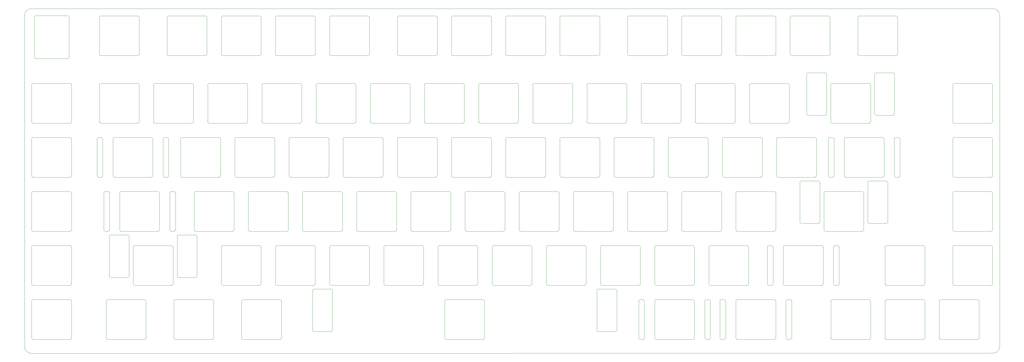
<source format=gbr>
G04 #@! TF.GenerationSoftware,KiCad,Pcbnew,(5.1.4)-1*
G04 #@! TF.CreationDate,2020-12-10T19:49:46+01:00*
G04 #@! TF.ProjectId,CZTKeyRev0Plate,435a544b-6579-4526-9576-30506c617465,rev?*
G04 #@! TF.SameCoordinates,Original*
G04 #@! TF.FileFunction,Profile,NP*
%FSLAX46Y46*%
G04 Gerber Fmt 4.6, Leading zero omitted, Abs format (unit mm)*
G04 Created by KiCad (PCBNEW (5.1.4)-1) date 2020-12-10 19:49:46*
%MOMM*%
%LPD*%
G04 APERTURE LIST*
%ADD10C,0.050000*%
G04 APERTURE END LIST*
D10*
X332581250Y-71437500D02*
G75*
G02X334962500Y-73818750I0J-2381250D01*
G01*
X-7975000Y-73818750D02*
G75*
G02X-5618750Y-71462500I2356250J0D01*
G01*
X-5556250Y-192918750D02*
G75*
G02X-7975000Y-190500000I0J2418750D01*
G01*
X334962500Y-190500000D02*
G75*
G02X332581250Y-192881250I-2381250J0D01*
G01*
X84750000Y-136400000D02*
X84750000Y-149400000D01*
X65700000Y-149400000D02*
G75*
G02X65200000Y-149900000I-500000J0D01*
G01*
X39506250Y-136400000D02*
X39506250Y-149400000D01*
X20406250Y-149900000D02*
X21406250Y-149900000D01*
X71250000Y-149900000D02*
G75*
G02X70750000Y-149400000I0J500000D01*
G01*
X8049999Y-135900000D02*
G75*
G02X8549999Y-136400000I0J-500000D01*
G01*
X84250000Y-135900000D02*
G75*
G02X84750000Y-136400000I0J-500000D01*
G01*
X20406250Y-149900000D02*
G75*
G02X19906250Y-149400000I0J500000D01*
G01*
X70750000Y-136400000D02*
X70750000Y-149400000D01*
X71250000Y-135900000D02*
X84250000Y-135900000D01*
X52200000Y-149900000D02*
G75*
G02X51700000Y-149400000I0J500000D01*
G01*
X65700000Y-136400000D02*
X65700000Y-149400000D01*
X52200000Y-149900000D02*
X65200000Y-149900000D01*
X45106250Y-149400000D02*
G75*
G02X44606250Y-149900000I-500000J0D01*
G01*
X43606250Y-149900000D02*
X44606250Y-149900000D01*
X25506250Y-136400000D02*
G75*
G02X26006250Y-135900000I500000J0D01*
G01*
X26006250Y-149900000D02*
X39006250Y-149900000D01*
X8549999Y-136400000D02*
X8549999Y-149400000D01*
X-4950000Y-149900000D02*
G75*
G02X-5450000Y-149400000I0J500000D01*
G01*
X52200000Y-135900000D02*
X65200000Y-135900000D01*
X19906250Y-136400000D02*
X19906250Y-149400000D01*
X70750000Y-136400000D02*
G75*
G02X71250000Y-135900000I500000J0D01*
G01*
X-5450000Y-136400000D02*
G75*
G02X-4950000Y-135900000I500000J0D01*
G01*
X71250000Y-149900000D02*
X84250000Y-149900000D01*
X65200000Y-135900000D02*
G75*
G02X65700000Y-136400000I0J-500000D01*
G01*
X8549999Y-149400000D02*
G75*
G02X8049999Y-149900000I-500000J0D01*
G01*
X51700000Y-136400000D02*
G75*
G02X52200000Y-135900000I500000J0D01*
G01*
X44606250Y-135900000D02*
G75*
G02X45106250Y-136400000I0J-500000D01*
G01*
X43606250Y-135900000D02*
X44606250Y-135900000D01*
X39006250Y-135900000D02*
G75*
G02X39506250Y-136400000I0J-500000D01*
G01*
X26006250Y-149900000D02*
G75*
G02X25506250Y-149400000I0J500000D01*
G01*
X51700000Y-136400000D02*
X51700000Y-149400000D01*
X21406250Y-135900000D02*
G75*
G02X21906250Y-136400000I0J-500000D01*
G01*
X19906250Y-136400000D02*
G75*
G02X20406250Y-135900000I500000J0D01*
G01*
X25506250Y-136400000D02*
X25506250Y-149400000D01*
X21906250Y-136400000D02*
X21906250Y-149400000D01*
X20406250Y-135900000D02*
X21406250Y-135900000D01*
X45106250Y-136400000D02*
X45106250Y-149400000D01*
X43106250Y-136400000D02*
X43106250Y-149400000D01*
X21906250Y-149400000D02*
G75*
G02X21406250Y-149900000I-500000J0D01*
G01*
X43606250Y-149900000D02*
G75*
G02X43106250Y-149400000I0J500000D01*
G01*
X43106250Y-136400000D02*
G75*
G02X43606250Y-135900000I500000J0D01*
G01*
X39506250Y-149400000D02*
G75*
G02X39006250Y-149900000I-500000J0D01*
G01*
X26006250Y-135900000D02*
X39006250Y-135900000D01*
X84750000Y-149400000D02*
G75*
G02X84250000Y-149900000I-500000J0D01*
G01*
X237937500Y-116850000D02*
X250937500Y-116850000D01*
X212837500Y-116850000D02*
G75*
G02X213337500Y-117350000I0J-500000D01*
G01*
X218387500Y-117350000D02*
G75*
G02X218887500Y-116850000I500000J0D01*
G01*
X294300000Y-117350000D02*
X294300000Y-130350000D01*
X256987499Y-130850000D02*
G75*
G02X256487499Y-130350000I0J500000D01*
G01*
X237937500Y-130850000D02*
G75*
G02X237437500Y-130350000I0J500000D01*
G01*
X275200000Y-116850000D02*
X276200000Y-116850000D01*
X299900000Y-130350000D02*
G75*
G02X299400000Y-130850000I-500000J0D01*
G01*
X293800000Y-116850000D02*
G75*
G02X294300000Y-117350000I0J-500000D01*
G01*
X232387500Y-117350000D02*
X232387500Y-130350000D01*
X232387500Y-130350000D02*
G75*
G02X231887500Y-130850000I-500000J0D01*
G01*
X256987499Y-116850000D02*
X269987500Y-116850000D01*
X-5450000Y-136400000D02*
X-5450000Y-149400000D01*
X256487499Y-117350000D02*
X256487499Y-130350000D01*
X331937500Y-116850000D02*
G75*
G02X332437500Y-117350000I0J-500000D01*
G01*
X256987499Y-130850000D02*
X269987500Y-130850000D01*
X213337500Y-117350000D02*
X213337500Y-130350000D01*
X218887500Y-116850000D02*
X231887500Y-116850000D01*
X237437500Y-117350000D02*
G75*
G02X237937500Y-116850000I500000J0D01*
G01*
X318937500Y-116850000D02*
X331937500Y-116850000D01*
X199837500Y-130850000D02*
G75*
G02X199337500Y-130350000I0J500000D01*
G01*
X298400000Y-130850000D02*
X299400000Y-130850000D01*
X270487500Y-117350000D02*
X270487500Y-130350000D01*
X-4950000Y-149900000D02*
X8049999Y-149900000D01*
X318937500Y-130850000D02*
X331937500Y-130850000D01*
X275200000Y-130850000D02*
G75*
G02X274700000Y-130350000I0J500000D01*
G01*
X251437500Y-130350000D02*
G75*
G02X250937500Y-130850000I-500000J0D01*
G01*
X250937500Y-116850000D02*
G75*
G02X251437500Y-117350000I0J-500000D01*
G01*
X276700000Y-117350000D02*
X276700000Y-130350000D01*
X231887500Y-116850000D02*
G75*
G02X232387500Y-117350000I0J-500000D01*
G01*
X218387500Y-117350000D02*
X218387500Y-130350000D01*
X218887500Y-130850000D02*
G75*
G02X218387500Y-130350000I0J500000D01*
G01*
X-4950000Y-135900000D02*
X8049999Y-135900000D01*
X280300000Y-117350000D02*
X280300000Y-130350000D01*
X332437500Y-130350000D02*
G75*
G02X331937500Y-130850000I-500000J0D01*
G01*
X251437500Y-117350000D02*
X251437500Y-130350000D01*
X299900000Y-117350000D02*
X299900000Y-130350000D01*
X332437500Y-117350000D02*
X332437500Y-130350000D01*
X199337500Y-117350000D02*
G75*
G02X199837500Y-116850000I500000J0D01*
G01*
X318937500Y-130850000D02*
G75*
G02X318437500Y-130350000I0J500000D01*
G01*
X275200000Y-130850000D02*
X276200000Y-130850000D01*
X318437500Y-117350000D02*
G75*
G02X318937500Y-116850000I500000J0D01*
G01*
X213337500Y-130350000D02*
G75*
G02X212837500Y-130850000I-500000J0D01*
G01*
X318437500Y-117350000D02*
X318437500Y-130350000D01*
X297900000Y-117350000D02*
G75*
G02X298400000Y-116850000I500000J0D01*
G01*
X299400000Y-116850000D02*
G75*
G02X299900000Y-117350000I0J-500000D01*
G01*
X297900000Y-117350000D02*
X297900000Y-130350000D01*
X237437500Y-117350000D02*
X237437500Y-130350000D01*
X218887500Y-130850000D02*
X231887500Y-130850000D01*
X298400000Y-116850000D02*
X299400000Y-116850000D01*
X280800000Y-130850000D02*
G75*
G02X280300000Y-130350000I0J500000D01*
G01*
X280800000Y-130850000D02*
X293800000Y-130850000D01*
X269987500Y-116850000D02*
G75*
G02X270487500Y-117350000I0J-500000D01*
G01*
X298400000Y-130850000D02*
G75*
G02X297900000Y-130350000I0J500000D01*
G01*
X276700000Y-130350000D02*
G75*
G02X276200000Y-130850000I-500000J0D01*
G01*
X276200000Y-116850000D02*
G75*
G02X276700000Y-117350000I0J-500000D01*
G01*
X274700000Y-117350000D02*
G75*
G02X275200000Y-116850000I500000J0D01*
G01*
X274700000Y-117350000D02*
X274700000Y-130350000D01*
X280300000Y-117350000D02*
G75*
G02X280800000Y-116850000I500000J0D01*
G01*
X280800000Y-116850000D02*
X293800000Y-116850000D01*
X294300000Y-130350000D02*
G75*
G02X293800000Y-130850000I-500000J0D01*
G01*
X256487499Y-117350000D02*
G75*
G02X256987499Y-116850000I500000J0D01*
G01*
X237937500Y-130850000D02*
X250937500Y-130850000D01*
X270487500Y-130350000D02*
G75*
G02X269987500Y-130850000I-500000J0D01*
G01*
X118087500Y-130350000D02*
G75*
G02X117587500Y-130850000I-500000J0D01*
G01*
X60937500Y-130350000D02*
G75*
G02X60437500Y-130850000I-500000J0D01*
G01*
X60937500Y-117350000D02*
X60937500Y-130350000D01*
X174737500Y-116850000D02*
G75*
G02X175237500Y-117350000I0J-500000D01*
G01*
X123637500Y-130850000D02*
G75*
G02X123137500Y-130350000I0J500000D01*
G01*
X79487500Y-116850000D02*
G75*
G02X79987500Y-117350000I0J-500000D01*
G01*
X123137500Y-117350000D02*
X123137500Y-130350000D01*
X180287500Y-117350000D02*
X180287500Y-130350000D01*
X199837500Y-130850000D02*
X212837500Y-130850000D01*
X199837500Y-116850000D02*
X212837500Y-116850000D01*
X47437500Y-130850000D02*
G75*
G02X46937500Y-130350000I0J500000D01*
G01*
X79987500Y-130350000D02*
G75*
G02X79487500Y-130850000I-500000J0D01*
G01*
X142687500Y-130850000D02*
G75*
G02X142187500Y-130350000I0J500000D01*
G01*
X85537500Y-130850000D02*
X98537500Y-130850000D01*
X155687500Y-116850000D02*
G75*
G02X156187500Y-117350000I0J-500000D01*
G01*
X194287500Y-130350000D02*
G75*
G02X193787500Y-130850000I-500000J0D01*
G01*
X85037500Y-117350000D02*
G75*
G02X85537500Y-116850000I500000J0D01*
G01*
X85537500Y-116850000D02*
X98537500Y-116850000D01*
X79987500Y-117350000D02*
X79987500Y-130350000D01*
X161737500Y-116850000D02*
X174737500Y-116850000D01*
X117587500Y-116850000D02*
G75*
G02X118087500Y-117350000I0J-500000D01*
G01*
X142187500Y-117350000D02*
G75*
G02X142687500Y-116850000I500000J0D01*
G01*
X85037500Y-117350000D02*
X85037500Y-130350000D01*
X104587500Y-130850000D02*
G75*
G02X104087500Y-130350000I0J500000D01*
G01*
X180787500Y-130850000D02*
G75*
G02X180287500Y-130350000I0J500000D01*
G01*
X161237500Y-117350000D02*
X161237500Y-130350000D01*
X66487500Y-130850000D02*
G75*
G02X65987500Y-130350000I0J500000D01*
G01*
X65987500Y-117350000D02*
G75*
G02X66487500Y-116850000I500000J0D01*
G01*
X142687500Y-130850000D02*
X155687500Y-130850000D01*
X46937500Y-117350000D02*
G75*
G02X47437500Y-116850000I500000J0D01*
G01*
X161737500Y-130850000D02*
X174737500Y-130850000D01*
X60437500Y-116850000D02*
G75*
G02X60937500Y-117350000I0J-500000D01*
G01*
X142687500Y-116850000D02*
X155687500Y-116850000D01*
X123637500Y-116850000D02*
X136637500Y-116850000D01*
X104087500Y-117350000D02*
G75*
G02X104587500Y-116850000I500000J0D01*
G01*
X65987500Y-117350000D02*
X65987500Y-130350000D01*
X123637500Y-130850000D02*
X136637500Y-130850000D01*
X156187500Y-130350000D02*
G75*
G02X155687500Y-130850000I-500000J0D01*
G01*
X156187500Y-117350000D02*
X156187500Y-130350000D01*
X137137500Y-117350000D02*
X137137500Y-130350000D01*
X199337500Y-117350000D02*
X199337500Y-130350000D01*
X180787500Y-116850000D02*
X193787500Y-116850000D01*
X175237500Y-130350000D02*
G75*
G02X174737500Y-130850000I-500000J0D01*
G01*
X137137500Y-130350000D02*
G75*
G02X136637500Y-130850000I-500000J0D01*
G01*
X175237500Y-117350000D02*
X175237500Y-130350000D01*
X123137500Y-117350000D02*
G75*
G02X123637500Y-116850000I500000J0D01*
G01*
X104587500Y-130850000D02*
X117587500Y-130850000D01*
X66487500Y-130850000D02*
X79487500Y-130850000D01*
X85537500Y-130850000D02*
G75*
G02X85037500Y-130350000I0J500000D01*
G01*
X180287500Y-117350000D02*
G75*
G02X180787500Y-116850000I500000J0D01*
G01*
X104087500Y-117350000D02*
X104087500Y-130350000D01*
X99037500Y-130350000D02*
G75*
G02X98537500Y-130850000I-500000J0D01*
G01*
X136637500Y-116850000D02*
G75*
G02X137137500Y-117350000I0J-500000D01*
G01*
X98537500Y-116850000D02*
G75*
G02X99037500Y-117350000I0J-500000D01*
G01*
X193787500Y-116850000D02*
G75*
G02X194287500Y-117350000I0J-500000D01*
G01*
X194287500Y-117350000D02*
X194287500Y-130350000D01*
X104587500Y-116850000D02*
X117587500Y-116850000D01*
X161237500Y-117350000D02*
G75*
G02X161737500Y-116850000I500000J0D01*
G01*
X180787500Y-130850000D02*
X193787500Y-130850000D01*
X118087500Y-117350000D02*
X118087500Y-130350000D01*
X161737500Y-130850000D02*
G75*
G02X161237500Y-130350000I0J500000D01*
G01*
X99037500Y-117350000D02*
X99037500Y-130350000D01*
X66487500Y-116850000D02*
X79487500Y-116850000D01*
X142187500Y-117350000D02*
X142187500Y-130350000D01*
X36625000Y-116850000D02*
G75*
G02X37125000Y-117350000I0J-500000D01*
G01*
X-4950000Y-130850000D02*
X8049999Y-130850000D01*
X267599500Y-109037500D02*
G75*
G02X267099500Y-108537500I0J500000D01*
G01*
X23125000Y-117350000D02*
G75*
G02X23625000Y-116850000I500000J0D01*
G01*
X41225000Y-116850000D02*
X42225000Y-116850000D01*
X331937500Y-97800000D02*
G75*
G02X332437500Y-98300000I0J-500000D01*
G01*
X318937500Y-111800000D02*
X331937500Y-111800000D01*
X41225000Y-130850000D02*
X42225000Y-130850000D01*
X47437500Y-130850000D02*
X60437500Y-130850000D01*
X47437500Y-116850000D02*
X60437500Y-116850000D01*
X18025000Y-116850000D02*
X19025000Y-116850000D01*
X19525000Y-130350000D02*
G75*
G02X19025000Y-130850000I-500000J0D01*
G01*
X19025000Y-116850000D02*
G75*
G02X19525000Y-117350000I0J-500000D01*
G01*
X8049999Y-116850000D02*
G75*
G02X8549999Y-117350000I0J-500000D01*
G01*
X-5450000Y-117350000D02*
G75*
G02X-4950000Y-116850000I500000J0D01*
G01*
X17525000Y-117350000D02*
X17525000Y-130350000D01*
X297975500Y-94537500D02*
X297975500Y-108537500D01*
X41225000Y-130850000D02*
G75*
G02X40725000Y-130350000I0J500000D01*
G01*
X8549999Y-130350000D02*
G75*
G02X8049999Y-130850000I-500000J0D01*
G01*
X8549999Y-117350000D02*
X8549999Y-130350000D01*
X267099500Y-94537500D02*
G75*
G02X267599500Y-94037500I500000J0D01*
G01*
X273599500Y-94037500D02*
G75*
G02X274099500Y-94537500I0J-500000D01*
G01*
X291475500Y-94037500D02*
X297475500Y-94037500D01*
X289537500Y-98300000D02*
X289537500Y-111300000D01*
X42225000Y-116850000D02*
G75*
G02X42725000Y-117350000I0J-500000D01*
G01*
X18025000Y-130850000D02*
G75*
G02X17525000Y-130350000I0J500000D01*
G01*
X19525000Y-117350000D02*
X19525000Y-130350000D01*
X42725000Y-130350000D02*
G75*
G02X42225000Y-130850000I-500000J0D01*
G01*
X-4950000Y-116850000D02*
X8049999Y-116850000D01*
X42725000Y-117350000D02*
X42725000Y-130350000D01*
X37125000Y-130350000D02*
G75*
G02X36625000Y-130850000I-500000J0D01*
G01*
X23625000Y-130850000D02*
X36625000Y-130850000D01*
X332437500Y-111300000D02*
G75*
G02X331937500Y-111800000I-500000J0D01*
G01*
X23625000Y-116850000D02*
X36625000Y-116850000D01*
X274099500Y-94537500D02*
X274099500Y-108537500D01*
X274099500Y-108537500D02*
G75*
G02X273599500Y-109037500I-500000J0D01*
G01*
X318937500Y-97800000D02*
X331937500Y-97800000D01*
X-4950000Y-130850000D02*
G75*
G02X-5450000Y-130350000I0J500000D01*
G01*
X-5450000Y-117350000D02*
X-5450000Y-130350000D01*
X318437500Y-98300000D02*
X318437500Y-111300000D01*
X318937500Y-111800000D02*
G75*
G02X318437500Y-111300000I0J500000D01*
G01*
X275537500Y-98300000D02*
G75*
G02X276037500Y-97800000I500000J0D01*
G01*
X289037500Y-97800000D02*
G75*
G02X289537500Y-98300000I0J-500000D01*
G01*
X289537500Y-111300000D02*
G75*
G02X289037500Y-111800000I-500000J0D01*
G01*
X23625000Y-130850000D02*
G75*
G02X23125000Y-130350000I0J500000D01*
G01*
X332437500Y-98300000D02*
X332437500Y-111300000D01*
X267599500Y-94037500D02*
X273599500Y-94037500D01*
X23125000Y-117350000D02*
X23125000Y-130350000D01*
X297475500Y-94037500D02*
G75*
G02X297975500Y-94537500I0J-500000D01*
G01*
X318437500Y-98300000D02*
G75*
G02X318937500Y-97800000I500000J0D01*
G01*
X267599500Y-109037500D02*
X273599500Y-109037500D01*
X291475500Y-109037500D02*
G75*
G02X290975500Y-108537500I0J500000D01*
G01*
X290975500Y-94537500D02*
G75*
G02X291475500Y-94037500I500000J0D01*
G01*
X290975500Y-94537500D02*
X290975500Y-108537500D01*
X291475500Y-109037500D02*
X297475500Y-109037500D01*
X46937500Y-117350000D02*
X46937500Y-130350000D01*
X297975500Y-108537500D02*
G75*
G02X297475500Y-109037500I-500000J0D01*
G01*
X37125000Y-117350000D02*
X37125000Y-130350000D01*
X40725000Y-117350000D02*
G75*
G02X41225000Y-116850000I500000J0D01*
G01*
X267099500Y-94537500D02*
X267099500Y-108537500D01*
X276037500Y-111800000D02*
G75*
G02X275537500Y-111300000I0J500000D01*
G01*
X17525000Y-117350000D02*
G75*
G02X18025000Y-116850000I500000J0D01*
G01*
X18025000Y-130850000D02*
X19025000Y-130850000D01*
X40725000Y-117350000D02*
X40725000Y-130350000D01*
X152212500Y-111800000D02*
G75*
G02X151712500Y-111300000I0J500000D01*
G01*
X114112500Y-111800000D02*
G75*
G02X113612500Y-111300000I0J500000D01*
G01*
X171262500Y-111800000D02*
G75*
G02X170762500Y-111300000I0J500000D01*
G01*
X170762500Y-98300000D02*
X170762500Y-111300000D01*
X165212500Y-97800000D02*
G75*
G02X165712500Y-98300000I0J-500000D01*
G01*
X132662500Y-98300000D02*
G75*
G02X133162500Y-97800000I500000J0D01*
G01*
X209362500Y-111800000D02*
G75*
G02X208862500Y-111300000I0J500000D01*
G01*
X203812500Y-111300000D02*
G75*
G02X203312500Y-111800000I-500000J0D01*
G01*
X190312500Y-111800000D02*
G75*
G02X189812500Y-111300000I0J500000D01*
G01*
X170762500Y-98300000D02*
G75*
G02X171262500Y-97800000I500000J0D01*
G01*
X127112500Y-97800000D02*
G75*
G02X127612500Y-98300000I0J-500000D01*
G01*
X133162500Y-111800000D02*
G75*
G02X132662500Y-111300000I0J500000D01*
G01*
X275537500Y-98300000D02*
X275537500Y-111300000D01*
X152212500Y-97800000D02*
X165212500Y-97800000D01*
X227912500Y-98300000D02*
G75*
G02X228412500Y-97800000I500000J0D01*
G01*
X276037500Y-111800000D02*
X289037500Y-111800000D01*
X276037500Y-97800000D02*
X289037500Y-97800000D01*
X146662500Y-111300000D02*
G75*
G02X146162500Y-111800000I-500000J0D01*
G01*
X132662500Y-98300000D02*
X132662500Y-111300000D01*
X260462500Y-97800000D02*
G75*
G02X260962500Y-98300000I0J-500000D01*
G01*
X222862500Y-111300000D02*
G75*
G02X222362500Y-111800000I-500000J0D01*
G01*
X190312500Y-97800000D02*
X203312500Y-97800000D01*
X152212500Y-111800000D02*
X165212500Y-111800000D01*
X260962500Y-98300000D02*
X260962500Y-111300000D01*
X246962500Y-98300000D02*
X246962500Y-111300000D01*
X228412500Y-97800000D02*
X241412500Y-97800000D01*
X146162500Y-97800000D02*
G75*
G02X146662500Y-98300000I0J-500000D01*
G01*
X146662500Y-98300000D02*
X146662500Y-111300000D01*
X222362500Y-97800000D02*
G75*
G02X222862500Y-98300000I0J-500000D01*
G01*
X127612500Y-98300000D02*
X127612500Y-111300000D01*
X208862500Y-98300000D02*
X208862500Y-111300000D01*
X113612500Y-98300000D02*
G75*
G02X114112500Y-97800000I500000J0D01*
G01*
X260962500Y-111300000D02*
G75*
G02X260462500Y-111800000I-500000J0D01*
G01*
X171262500Y-111800000D02*
X184262500Y-111800000D01*
X247462500Y-111800000D02*
G75*
G02X246962500Y-111300000I0J500000D01*
G01*
X133162500Y-111800000D02*
X146162500Y-111800000D01*
X189812500Y-98300000D02*
X189812500Y-111300000D01*
X227912500Y-98300000D02*
X227912500Y-111300000D01*
X246962500Y-98300000D02*
G75*
G02X247462500Y-97800000I500000J0D01*
G01*
X247462500Y-111800000D02*
X260462500Y-111800000D01*
X209362500Y-97800000D02*
X222362500Y-97800000D01*
X247462500Y-97800000D02*
X260462500Y-97800000D01*
X241912500Y-111300000D02*
G75*
G02X241412500Y-111800000I-500000J0D01*
G01*
X228412500Y-111800000D02*
G75*
G02X227912500Y-111300000I0J500000D01*
G01*
X203812500Y-98300000D02*
X203812500Y-111300000D01*
X189812500Y-98300000D02*
G75*
G02X190312500Y-97800000I500000J0D01*
G01*
X190312500Y-111800000D02*
X203312500Y-111800000D01*
X133162500Y-97800000D02*
X146162500Y-97800000D01*
X184762500Y-111300000D02*
G75*
G02X184262500Y-111800000I-500000J0D01*
G01*
X184262500Y-97800000D02*
G75*
G02X184762500Y-98300000I0J-500000D01*
G01*
X171262500Y-97800000D02*
X184262500Y-97800000D01*
X151712500Y-98300000D02*
G75*
G02X152212500Y-97800000I500000J0D01*
G01*
X165712500Y-98300000D02*
X165712500Y-111300000D01*
X203312500Y-97800000D02*
G75*
G02X203812500Y-98300000I0J-500000D01*
G01*
X241412500Y-97800000D02*
G75*
G02X241912500Y-98300000I0J-500000D01*
G01*
X241912500Y-98300000D02*
X241912500Y-111300000D01*
X228412500Y-111800000D02*
X241412500Y-111800000D01*
X222862500Y-98300000D02*
X222862500Y-111300000D01*
X184762500Y-98300000D02*
X184762500Y-111300000D01*
X165712500Y-111300000D02*
G75*
G02X165212500Y-111800000I-500000J0D01*
G01*
X208862500Y-98300000D02*
G75*
G02X209362500Y-97800000I500000J0D01*
G01*
X151712500Y-98300000D02*
X151712500Y-111300000D01*
X127612500Y-111300000D02*
G75*
G02X127112500Y-111800000I-500000J0D01*
G01*
X209362500Y-111800000D02*
X222362500Y-111800000D01*
X56462500Y-98300000D02*
G75*
G02X56962500Y-97800000I500000J0D01*
G01*
X37912500Y-97800000D02*
X50912500Y-97800000D01*
X8049999Y-97800000D02*
G75*
G02X8549999Y-98300000I0J-500000D01*
G01*
X70462500Y-98300000D02*
X70462500Y-111300000D01*
X70462500Y-111300000D02*
G75*
G02X69962500Y-111800000I-500000J0D01*
G01*
X18362500Y-98300000D02*
G75*
G02X18862500Y-97800000I500000J0D01*
G01*
X18862500Y-97800000D02*
X31862500Y-97800000D01*
X76012500Y-97800000D02*
X89012500Y-97800000D01*
X114112500Y-111800000D02*
X127112500Y-111800000D01*
X114112500Y-97800000D02*
X127112500Y-97800000D01*
X89512500Y-111300000D02*
G75*
G02X89012500Y-111800000I-500000J0D01*
G01*
X108562500Y-111300000D02*
G75*
G02X108062500Y-111800000I-500000J0D01*
G01*
X95062500Y-111800000D02*
G75*
G02X94562500Y-111300000I0J500000D01*
G01*
X37412500Y-98300000D02*
G75*
G02X37912500Y-97800000I500000J0D01*
G01*
X51412500Y-98300000D02*
X51412500Y-111300000D01*
X95062500Y-111800000D02*
X108062500Y-111800000D01*
X285062500Y-74487500D02*
X285062500Y-87487499D01*
X94562500Y-98300000D02*
G75*
G02X95062500Y-97800000I500000J0D01*
G01*
X89012500Y-97800000D02*
G75*
G02X89512500Y-98300000I0J-500000D01*
G01*
X37912500Y-111800000D02*
G75*
G02X37412500Y-111300000I0J500000D01*
G01*
X8549999Y-98300000D02*
X8549999Y-111300000D01*
X37412500Y-98300000D02*
X37412500Y-111300000D01*
X-5450000Y-98300000D02*
G75*
G02X-4950000Y-97800000I500000J0D01*
G01*
X275250000Y-87487499D02*
G75*
G02X274750000Y-87987499I-500000J0D01*
G01*
X75512500Y-98300000D02*
G75*
G02X76012500Y-97800000I500000J0D01*
G01*
X108062500Y-97800000D02*
G75*
G02X108562500Y-98300000I0J-500000D01*
G01*
X94562500Y-98300000D02*
X94562500Y-111300000D01*
X76012500Y-111800000D02*
G75*
G02X75512500Y-111300000I0J500000D01*
G01*
X32362500Y-111300000D02*
G75*
G02X31862500Y-111800000I-500000J0D01*
G01*
X75512500Y-98300000D02*
X75512500Y-111300000D01*
X56962500Y-111800000D02*
G75*
G02X56462500Y-111300000I0J500000D01*
G01*
X56962500Y-97800000D02*
X69962500Y-97800000D01*
X18862500Y-111800000D02*
G75*
G02X18362500Y-111300000I0J500000D01*
G01*
X51412500Y-111300000D02*
G75*
G02X50912500Y-111800000I-500000J0D01*
G01*
X-5450000Y-98300000D02*
X-5450000Y-111300000D01*
X-4950000Y-111800000D02*
G75*
G02X-5450000Y-111300000I0J500000D01*
G01*
X8549999Y-111300000D02*
G75*
G02X8049999Y-111800000I-500000J0D01*
G01*
X50912500Y-97800000D02*
G75*
G02X51412500Y-98300000I0J-500000D01*
G01*
X37912500Y-111800000D02*
X50912500Y-111800000D01*
X18862500Y-111800000D02*
X31862500Y-111800000D01*
X31862500Y-97800000D02*
G75*
G02X32362500Y-98300000I0J-500000D01*
G01*
X275250000Y-74487500D02*
X275250000Y-87487499D01*
X261250000Y-74487500D02*
G75*
G02X261750000Y-73987500I500000J0D01*
G01*
X261750000Y-87987499D02*
G75*
G02X261250000Y-87487499I0J500000D01*
G01*
X69962500Y-97800000D02*
G75*
G02X70462500Y-98300000I0J-500000D01*
G01*
X18362500Y-98300000D02*
X18362500Y-111300000D01*
X299062500Y-87487499D02*
G75*
G02X298562500Y-87987499I-500000J0D01*
G01*
X56962500Y-111800000D02*
X69962500Y-111800000D01*
X285062500Y-74487500D02*
G75*
G02X285562500Y-73987500I500000J0D01*
G01*
X32362500Y-98300000D02*
X32362500Y-111300000D01*
X-4950000Y-97800000D02*
X8049999Y-97800000D01*
X298562500Y-73987500D02*
G75*
G02X299062500Y-74487500I0J-500000D01*
G01*
X299062500Y-74487500D02*
X299062500Y-87487499D01*
X285562500Y-87987499D02*
X298562500Y-87987499D01*
X285562500Y-73987500D02*
X298562500Y-73987500D01*
X113612500Y-98300000D02*
X113612500Y-111300000D01*
X285562500Y-87987499D02*
G75*
G02X285062500Y-87487499I0J500000D01*
G01*
X56462500Y-98300000D02*
X56462500Y-111300000D01*
X89512500Y-98300000D02*
X89512500Y-111300000D01*
X-4950000Y-111800000D02*
X8049999Y-111800000D01*
X274750000Y-73987500D02*
G75*
G02X275250000Y-74487500I0J-500000D01*
G01*
X108562500Y-98300000D02*
X108562500Y-111300000D01*
X95062500Y-97800000D02*
X108062500Y-97800000D01*
X76012500Y-111800000D02*
X89012500Y-111800000D01*
X174737500Y-73987500D02*
G75*
G02X175237500Y-74487500I0J-500000D01*
G01*
X155687500Y-73987500D02*
G75*
G02X156187500Y-74487500I0J-500000D01*
G01*
X161737500Y-87987499D02*
X174737500Y-87987499D01*
X142187500Y-74487500D02*
G75*
G02X142687500Y-73987500I500000J0D01*
G01*
X123637500Y-87987499D02*
X136637500Y-87987499D01*
X204600000Y-73987500D02*
X217600000Y-73987500D01*
X237150000Y-87487499D02*
G75*
G02X236650000Y-87987499I-500000J0D01*
G01*
X217600000Y-73987500D02*
G75*
G02X218100000Y-74487500I0J-500000D01*
G01*
X193787500Y-73987500D02*
G75*
G02X194287500Y-74487500I0J-500000D01*
G01*
X175237500Y-74487500D02*
X175237500Y-87487499D01*
X180787500Y-87987499D02*
G75*
G02X180287500Y-87487499I0J500000D01*
G01*
X137137500Y-87487499D02*
G75*
G02X136637500Y-87987499I-500000J0D01*
G01*
X261250000Y-74487500D02*
X261250000Y-87487499D01*
X261750000Y-87987499D02*
X274750000Y-87987499D01*
X237150000Y-74487500D02*
X237150000Y-87487499D01*
X256200000Y-87487499D02*
G75*
G02X255700000Y-87987499I-500000J0D01*
G01*
X255700000Y-73987500D02*
G75*
G02X256200000Y-74487500I0J-500000D01*
G01*
X123637500Y-87987499D02*
G75*
G02X123137500Y-87487499I0J500000D01*
G01*
X242200000Y-74487500D02*
G75*
G02X242700000Y-73987500I500000J0D01*
G01*
X242200000Y-74487500D02*
X242200000Y-87487499D01*
X242700000Y-87987499D02*
X255700000Y-87987499D01*
X204600000Y-87987499D02*
G75*
G02X204100000Y-87487499I0J500000D01*
G01*
X175237500Y-87487499D02*
G75*
G02X174737500Y-87987499I-500000J0D01*
G01*
X137137500Y-74487500D02*
X137137500Y-87487499D01*
X223650000Y-87987499D02*
X236650000Y-87987499D01*
X218100000Y-87487499D02*
G75*
G02X217600000Y-87987499I-500000J0D01*
G01*
X204100000Y-74487500D02*
G75*
G02X204600000Y-73987500I500000J0D01*
G01*
X123137500Y-74487500D02*
X123137500Y-87487499D01*
X136637500Y-73987500D02*
G75*
G02X137137500Y-74487500I0J-500000D01*
G01*
X204600000Y-87987499D02*
X217600000Y-87987499D01*
X180787500Y-87987499D02*
X193787500Y-87987499D01*
X161737500Y-73987500D02*
X174737500Y-73987500D01*
X156187500Y-74487500D02*
X156187500Y-87487499D01*
X142187500Y-74487500D02*
X142187500Y-87487499D01*
X142687500Y-73987500D02*
X155687500Y-73987500D01*
X99825000Y-87987499D02*
G75*
G02X99325000Y-87487499I0J500000D01*
G01*
X142687500Y-87987499D02*
X155687500Y-87987499D01*
X123137500Y-74487500D02*
G75*
G02X123637500Y-73987500I500000J0D01*
G01*
X261750000Y-73987500D02*
X274750000Y-73987500D01*
X194287500Y-87487499D02*
G75*
G02X193787500Y-87987499I-500000J0D01*
G01*
X123637500Y-73987500D02*
X136637500Y-73987500D01*
X242700000Y-73987500D02*
X255700000Y-73987500D01*
X223650000Y-87987499D02*
G75*
G02X223150000Y-87487499I0J500000D01*
G01*
X236650000Y-73987500D02*
G75*
G02X237150000Y-74487500I0J-500000D01*
G01*
X180287500Y-74487500D02*
X180287500Y-87487499D01*
X112825000Y-73987500D02*
G75*
G02X113325000Y-74487500I0J-500000D01*
G01*
X194287500Y-74487500D02*
X194287500Y-87487499D01*
X223150000Y-74487500D02*
G75*
G02X223650000Y-73987500I500000J0D01*
G01*
X180787500Y-73987500D02*
X193787500Y-73987500D01*
X113325000Y-87487499D02*
G75*
G02X112825000Y-87987499I-500000J0D01*
G01*
X161737500Y-87987499D02*
G75*
G02X161237500Y-87487499I0J500000D01*
G01*
X161237500Y-74487500D02*
G75*
G02X161737500Y-73987500I500000J0D01*
G01*
X156187500Y-87487499D02*
G75*
G02X155687500Y-87987499I-500000J0D01*
G01*
X180287500Y-74487500D02*
G75*
G02X180787500Y-73987500I500000J0D01*
G01*
X223150000Y-74487500D02*
X223150000Y-87487499D01*
X99325000Y-74487500D02*
G75*
G02X99825000Y-73987500I500000J0D01*
G01*
X204100000Y-74487500D02*
X204100000Y-87487499D01*
X113325000Y-74487500D02*
X113325000Y-87487499D01*
X161237500Y-74487500D02*
X161237500Y-87487499D01*
X142687500Y-87987499D02*
G75*
G02X142187500Y-87487499I0J500000D01*
G01*
X242700000Y-87987499D02*
G75*
G02X242200000Y-87487499I0J500000D01*
G01*
X256200000Y-74487500D02*
X256200000Y-87487499D01*
X223650000Y-73987500D02*
X236650000Y-73987500D01*
X218100000Y-74487500D02*
X218100000Y-87487499D01*
X42675000Y-87987499D02*
X55675000Y-87987499D01*
X75225000Y-74487500D02*
X75225000Y-87487499D01*
X55675000Y-73987500D02*
G75*
G02X56175000Y-74487500I0J-500000D01*
G01*
X-4445000Y-74422000D02*
X-4445000Y-88519000D01*
X7228500Y-73914000D02*
G75*
G02X7728500Y-74414000I0J-500000D01*
G01*
X80275000Y-74487500D02*
G75*
G02X80775000Y-73987500I500000J0D01*
G01*
X94275000Y-74487500D02*
X94275000Y-87487499D01*
X61225000Y-74487500D02*
X61225000Y-87487499D01*
X61725000Y-87987499D02*
X74725000Y-87987499D01*
X56175000Y-87487499D02*
G75*
G02X55675000Y-87987499I-500000J0D01*
G01*
X42175000Y-74487500D02*
G75*
G02X42675000Y-73987500I500000J0D01*
G01*
X18862500Y-87987499D02*
G75*
G02X18362500Y-87487499I0J500000D01*
G01*
X42175000Y-74487500D02*
X42175000Y-87487499D01*
X32362500Y-74487500D02*
X32362500Y-87487499D01*
X31862500Y-73987500D02*
G75*
G02X32362500Y-74487500I0J-500000D01*
G01*
X18362500Y-74487500D02*
X18362500Y-87487499D01*
X-4445000Y-74422000D02*
G75*
G02X-3945000Y-73922000I500000J0D01*
G01*
X42675000Y-73987500D02*
X55675000Y-73987500D01*
X-3945000Y-89019000D02*
G75*
G02X-4445000Y-88519000I0J500000D01*
G01*
X7728500Y-74414000D02*
X7728500Y-88519000D01*
X-3945000Y-73922000D02*
X7228500Y-73914000D01*
X7728500Y-88519000D02*
G75*
G02X7228500Y-89019000I-500000J0D01*
G01*
X93775000Y-73987500D02*
G75*
G02X94275000Y-74487500I0J-500000D01*
G01*
X18862500Y-87987499D02*
X31862500Y-87987499D01*
X61225000Y-74487500D02*
G75*
G02X61725000Y-73987500I500000J0D01*
G01*
X-3945000Y-89019000D02*
X7228500Y-89019000D01*
X56175000Y-74487500D02*
X56175000Y-87487499D01*
X80275000Y-74487500D02*
X80275000Y-87487499D01*
X75225000Y-87487499D02*
G75*
G02X74725000Y-87987499I-500000J0D01*
G01*
X80775000Y-87987499D02*
X93775000Y-87987499D01*
X42675000Y-87987499D02*
G75*
G02X42175000Y-87487499I0J500000D01*
G01*
X32362500Y-87487499D02*
G75*
G02X31862500Y-87987499I-500000J0D01*
G01*
X18362500Y-74487500D02*
G75*
G02X18862500Y-73987500I500000J0D01*
G01*
X18862500Y-73987500D02*
X31862500Y-73987500D01*
X80775000Y-87987499D02*
G75*
G02X80275000Y-87487499I0J500000D01*
G01*
X99325000Y-74487500D02*
X99325000Y-87487499D01*
X61725000Y-87987499D02*
G75*
G02X61225000Y-87487499I0J500000D01*
G01*
X61725000Y-73987500D02*
X74725000Y-73987500D01*
X99825000Y-87987499D02*
X112825000Y-87987499D01*
X99825000Y-73987500D02*
X112825000Y-73987500D01*
X94275000Y-87487499D02*
G75*
G02X93775000Y-87987499I-500000J0D01*
G01*
X74725000Y-73987500D02*
G75*
G02X75225000Y-74487500I0J-500000D01*
G01*
X80775000Y-73987500D02*
X93775000Y-73987500D01*
X-5556250Y-192918750D02*
X332581250Y-192881250D01*
X334962500Y-73818750D02*
X334962500Y-190500000D01*
X-5618750Y-71462500D02*
X332581250Y-71437500D01*
X-7975000Y-73818750D02*
X-7975000Y-190500000D01*
X238600000Y-174500000D02*
X238600000Y-187500000D01*
X261800000Y-187500000D02*
G75*
G02X261300000Y-188000000I-500000J0D01*
G01*
X275575000Y-174500000D02*
X275575000Y-187500000D01*
X231725000Y-174000000D02*
X232725000Y-174000000D01*
X261800000Y-174500000D02*
X261800000Y-187500000D01*
X256200000Y-187500000D02*
G75*
G02X255700000Y-188000000I-500000J0D01*
G01*
X256200000Y-174500000D02*
X256200000Y-187500000D01*
X327675000Y-187500000D02*
G75*
G02X327175000Y-188000000I-500000J0D01*
G01*
X314175000Y-188000000D02*
G75*
G02X313675000Y-187500000I0J500000D01*
G01*
X276075000Y-188000000D02*
X289075000Y-188000000D01*
X289075000Y-174000000D02*
G75*
G02X289575000Y-174500000I0J-500000D01*
G01*
X295125000Y-188000000D02*
G75*
G02X294625000Y-187500000I0J500000D01*
G01*
X314175000Y-188000000D02*
X327175000Y-188000000D01*
X314175000Y-174000000D02*
X327175000Y-174000000D01*
X236600000Y-174500000D02*
X236600000Y-187500000D01*
X308625000Y-187500000D02*
G75*
G02X308125000Y-188000000I-500000J0D01*
G01*
X208525000Y-188000000D02*
X209525000Y-188000000D01*
X237100000Y-188000000D02*
G75*
G02X236600000Y-187500000I0J500000D01*
G01*
X294625000Y-174500000D02*
X294625000Y-187500000D01*
X236600000Y-174500000D02*
G75*
G02X237100000Y-174000000I500000J0D01*
G01*
X242200000Y-174500000D02*
X242200000Y-187500000D01*
X237100000Y-188000000D02*
X238100000Y-188000000D01*
X231725000Y-188000000D02*
G75*
G02X231225000Y-187500000I0J500000D01*
G01*
X231725000Y-188000000D02*
X232725000Y-188000000D01*
X327175000Y-174000000D02*
G75*
G02X327675000Y-174500000I0J-500000D01*
G01*
X308125000Y-174000000D02*
G75*
G02X308625000Y-174500000I0J-500000D01*
G01*
X255700000Y-174000000D02*
G75*
G02X256200000Y-174500000I0J-500000D01*
G01*
X308625000Y-174500000D02*
X308625000Y-187500000D01*
X260299999Y-188000000D02*
G75*
G02X259799999Y-187500000I0J500000D01*
G01*
X289575000Y-174500000D02*
X289575000Y-187500000D01*
X276075000Y-174000000D02*
X289075000Y-174000000D01*
X275575000Y-174500000D02*
G75*
G02X276075000Y-174000000I500000J0D01*
G01*
X261300000Y-174000000D02*
G75*
G02X261800000Y-174500000I0J-500000D01*
G01*
X327675000Y-174500000D02*
X327675000Y-187500000D01*
X242700000Y-188000000D02*
X255700000Y-188000000D01*
X295125000Y-188000000D02*
X308125000Y-188000000D01*
X238100000Y-174000000D02*
G75*
G02X238600000Y-174500000I0J-500000D01*
G01*
X237100000Y-174000000D02*
X238100000Y-174000000D01*
X259799999Y-174500000D02*
G75*
G02X260299999Y-174000000I500000J0D01*
G01*
X260299999Y-174000000D02*
X261300000Y-174000000D01*
X242200000Y-174500000D02*
G75*
G02X242700000Y-174000000I500000J0D01*
G01*
X231225000Y-174500000D02*
X231225000Y-187500000D01*
X233225000Y-174500000D02*
X233225000Y-187500000D01*
X232725000Y-174000000D02*
G75*
G02X233225000Y-174500000I0J-500000D01*
G01*
X295125000Y-174000000D02*
X308125000Y-174000000D01*
X260299999Y-188000000D02*
X261300000Y-188000000D01*
X208525000Y-188000000D02*
G75*
G02X208025000Y-187500000I0J500000D01*
G01*
X238600000Y-187500000D02*
G75*
G02X238100000Y-188000000I-500000J0D01*
G01*
X210025000Y-174500000D02*
X210025000Y-187500000D01*
X259799999Y-174500000D02*
X259799999Y-187500000D01*
X210025000Y-187500000D02*
G75*
G02X209525000Y-188000000I-500000J0D01*
G01*
X208025000Y-174500000D02*
G75*
G02X208525000Y-174000000I500000J0D01*
G01*
X208025000Y-174500000D02*
X208025000Y-187500000D01*
X208525000Y-174000000D02*
X209525000Y-174000000D01*
X233225000Y-187500000D02*
G75*
G02X232725000Y-188000000I-500000J0D01*
G01*
X242700000Y-188000000D02*
G75*
G02X242200000Y-187500000I0J500000D01*
G01*
X209525000Y-174000000D02*
G75*
G02X210025000Y-174500000I0J-500000D01*
G01*
X313675000Y-174500000D02*
G75*
G02X314175000Y-174000000I500000J0D01*
G01*
X313675000Y-174500000D02*
X313675000Y-187500000D01*
X242700000Y-174000000D02*
X255700000Y-174000000D01*
X231225000Y-174500000D02*
G75*
G02X231725000Y-174000000I500000J0D01*
G01*
X294625000Y-174500000D02*
G75*
G02X295125000Y-174000000I500000J0D01*
G01*
X289575000Y-187500000D02*
G75*
G02X289075000Y-188000000I-500000J0D01*
G01*
X276075000Y-188000000D02*
G75*
G02X275575000Y-187500000I0J500000D01*
G01*
X44556250Y-174500000D02*
G75*
G02X45056250Y-174000000I500000J0D01*
G01*
X8049999Y-174000000D02*
G75*
G02X8549999Y-174500000I0J-500000D01*
G01*
X-4950000Y-188000000D02*
X8049999Y-188000000D01*
X68868750Y-174000000D02*
X81868750Y-174000000D01*
X58556250Y-174500000D02*
X58556250Y-187500000D01*
X34743750Y-174500000D02*
X34743750Y-187500000D01*
X153306250Y-174000000D02*
G75*
G02X153806250Y-174500000I0J-500000D01*
G01*
X139806250Y-174500000D02*
G75*
G02X140306250Y-174000000I500000J0D01*
G01*
X68368750Y-174500000D02*
X68368750Y-187500000D01*
X-4950000Y-174000000D02*
X8049999Y-174000000D01*
X-5450000Y-174500000D02*
G75*
G02X-4950000Y-174000000I500000J0D01*
G01*
X34243750Y-174000000D02*
G75*
G02X34743750Y-174500000I0J-500000D01*
G01*
X227625000Y-187500000D02*
G75*
G02X227125000Y-188000000I-500000J0D01*
G01*
X34743750Y-187500000D02*
G75*
G02X34243750Y-188000000I-500000J0D01*
G01*
X93306250Y-170737500D02*
X93306250Y-184737500D01*
X214125000Y-188000000D02*
G75*
G02X213625000Y-187500000I0J500000D01*
G01*
X227125000Y-174000000D02*
G75*
G02X227625000Y-174500000I0J-500000D01*
G01*
X21243750Y-188000000D02*
G75*
G02X20743750Y-187500000I0J500000D01*
G01*
X21243750Y-188000000D02*
X34243750Y-188000000D01*
X227625000Y-174500000D02*
X227625000Y-187500000D01*
X199806250Y-170237500D02*
G75*
G02X200306250Y-170737500I0J-500000D01*
G01*
X68868750Y-188000000D02*
G75*
G02X68368750Y-187500000I0J500000D01*
G01*
X45056250Y-174000000D02*
X58056250Y-174000000D01*
X214125000Y-188000000D02*
X227125000Y-188000000D01*
X214125000Y-174000000D02*
X227125000Y-174000000D01*
X193806250Y-185237500D02*
G75*
G02X193306250Y-184737500I0J500000D01*
G01*
X20743750Y-174500000D02*
G75*
G02X21243750Y-174000000I500000J0D01*
G01*
X20743750Y-174500000D02*
X20743750Y-187500000D01*
X200306250Y-170737500D02*
X200306250Y-184737500D01*
X-5450000Y-174500000D02*
X-5450000Y-187500000D01*
X193806250Y-170237500D02*
X199806250Y-170237500D01*
X8549999Y-174500000D02*
X8549999Y-187500000D01*
X213625000Y-174500000D02*
G75*
G02X214125000Y-174000000I500000J0D01*
G01*
X58556250Y-187500000D02*
G75*
G02X58056250Y-188000000I-500000J0D01*
G01*
X213625000Y-174500000D02*
X213625000Y-187500000D01*
X21243750Y-174000000D02*
X34243750Y-174000000D01*
X140306250Y-174000000D02*
X153306250Y-174000000D01*
X93806250Y-170237500D02*
X99806250Y-170237500D01*
X100306250Y-184737500D02*
G75*
G02X99806250Y-185237500I-500000J0D01*
G01*
X93806250Y-185237500D02*
G75*
G02X93306250Y-184737500I0J500000D01*
G01*
X140306250Y-188000000D02*
G75*
G02X139806250Y-187500000I0J500000D01*
G01*
X99806250Y-170237500D02*
G75*
G02X100306250Y-170737500I0J-500000D01*
G01*
X93306250Y-170737500D02*
G75*
G02X93806250Y-170237500I500000J0D01*
G01*
X100306250Y-170737500D02*
X100306250Y-184737500D01*
X140306250Y-188000000D02*
X153306250Y-188000000D01*
X93806250Y-185237500D02*
X99806250Y-185237500D01*
X139806250Y-174500000D02*
X139806250Y-187500000D01*
X8549999Y-187500000D02*
G75*
G02X8049999Y-188000000I-500000J0D01*
G01*
X82368750Y-187500000D02*
G75*
G02X81868750Y-188000000I-500000J0D01*
G01*
X81868750Y-174000000D02*
G75*
G02X82368750Y-174500000I0J-500000D01*
G01*
X82368750Y-174500000D02*
X82368750Y-187500000D01*
X45056250Y-188000000D02*
G75*
G02X44556250Y-187500000I0J500000D01*
G01*
X44556250Y-174500000D02*
X44556250Y-187500000D01*
X153806250Y-174500000D02*
X153806250Y-187500000D01*
X200306250Y-184737500D02*
G75*
G02X199806250Y-185237500I-500000J0D01*
G01*
X193306250Y-170737500D02*
G75*
G02X193806250Y-170237500I500000J0D01*
G01*
X193306250Y-170737500D02*
X193306250Y-184737500D01*
X193806250Y-185237500D02*
X199806250Y-185237500D01*
X68868750Y-188000000D02*
X81868750Y-188000000D01*
X58056250Y-174000000D02*
G75*
G02X58556250Y-174500000I0J-500000D01*
G01*
X153806250Y-187500000D02*
G75*
G02X153306250Y-188000000I-500000J0D01*
G01*
X45056250Y-188000000D02*
X58056250Y-188000000D01*
X-4950000Y-188000000D02*
G75*
G02X-5450000Y-187500000I0J500000D01*
G01*
X68368750Y-174500000D02*
G75*
G02X68868750Y-174000000I500000J0D01*
G01*
X255268749Y-155450000D02*
X255268749Y-168450000D01*
X259368750Y-168950000D02*
G75*
G02X258868750Y-168450000I0J500000D01*
G01*
X253768749Y-168950000D02*
G75*
G02X253268749Y-168450000I0J500000D01*
G01*
X253268749Y-155450000D02*
X253268749Y-168450000D01*
X258868750Y-155450000D02*
X258868750Y-168450000D01*
X233175000Y-168950000D02*
G75*
G02X232675000Y-168450000I0J500000D01*
G01*
X232675000Y-155450000D02*
X232675000Y-168450000D01*
X255268749Y-168450000D02*
G75*
G02X254768749Y-168950000I-500000J0D01*
G01*
X332437500Y-168450000D02*
G75*
G02X331937500Y-168950000I-500000J0D01*
G01*
X318937500Y-168950000D02*
G75*
G02X318437500Y-168450000I0J500000D01*
G01*
X295125000Y-168950000D02*
G75*
G02X294625000Y-168450000I0J500000D01*
G01*
X331937500Y-154950000D02*
G75*
G02X332437500Y-155450000I0J-500000D01*
G01*
X278468750Y-155450000D02*
X278468750Y-168450000D01*
X276468750Y-155450000D02*
X276468750Y-168450000D01*
X276968750Y-168950000D02*
X277968750Y-168950000D01*
X318937500Y-154950000D02*
X331937500Y-154950000D01*
X214125000Y-154950000D02*
X227125000Y-154950000D01*
X332437500Y-155450000D02*
X332437500Y-168450000D01*
X294625000Y-155450000D02*
G75*
G02X295125000Y-154950000I500000J0D01*
G01*
X277968750Y-154950000D02*
G75*
G02X278468750Y-155450000I0J-500000D01*
G01*
X233175000Y-168950000D02*
X246175000Y-168950000D01*
X276968750Y-154950000D02*
X277968750Y-154950000D01*
X208075000Y-154950000D02*
G75*
G02X208575000Y-155450000I0J-500000D01*
G01*
X195075000Y-154950000D02*
X208075000Y-154950000D01*
X308625000Y-155450000D02*
X308625000Y-168450000D01*
X318437500Y-155450000D02*
G75*
G02X318937500Y-154950000I500000J0D01*
G01*
X232675000Y-155450000D02*
G75*
G02X233175000Y-154950000I500000J0D01*
G01*
X318937500Y-168950000D02*
X331937500Y-168950000D01*
X272368750Y-154950000D02*
G75*
G02X272868750Y-155450000I0J-500000D01*
G01*
X308125000Y-154950000D02*
G75*
G02X308625000Y-155450000I0J-500000D01*
G01*
X295125000Y-168950000D02*
X308125000Y-168950000D01*
X254768749Y-154950000D02*
G75*
G02X255268749Y-155450000I0J-500000D01*
G01*
X258868750Y-155450000D02*
G75*
G02X259368750Y-154950000I500000J0D01*
G01*
X276968750Y-168950000D02*
G75*
G02X276468750Y-168450000I0J500000D01*
G01*
X233175000Y-154950000D02*
X246175000Y-154950000D01*
X278468750Y-168450000D02*
G75*
G02X277968750Y-168950000I-500000J0D01*
G01*
X276468750Y-155450000D02*
G75*
G02X276968750Y-154950000I500000J0D01*
G01*
X272868750Y-168450000D02*
G75*
G02X272368750Y-168950000I-500000J0D01*
G01*
X272868750Y-155450000D02*
X272868750Y-168450000D01*
X246675000Y-168450000D02*
G75*
G02X246175000Y-168950000I-500000J0D01*
G01*
X246675000Y-155450000D02*
X246675000Y-168450000D01*
X195075000Y-168950000D02*
X208075000Y-168950000D01*
X194575000Y-155450000D02*
X194575000Y-168450000D01*
X194575000Y-155450000D02*
G75*
G02X195075000Y-154950000I500000J0D01*
G01*
X253268749Y-155450000D02*
G75*
G02X253768749Y-154950000I500000J0D01*
G01*
X259368750Y-154950000D02*
X272368750Y-154950000D01*
X227125000Y-154950000D02*
G75*
G02X227625000Y-155450000I0J-500000D01*
G01*
X253768749Y-154950000D02*
X254768749Y-154950000D01*
X213625000Y-155450000D02*
X213625000Y-168450000D01*
X259368750Y-168950000D02*
X272368750Y-168950000D01*
X214125000Y-168950000D02*
G75*
G02X213625000Y-168450000I0J500000D01*
G01*
X227625000Y-155450000D02*
X227625000Y-168450000D01*
X214125000Y-168950000D02*
X227125000Y-168950000D01*
X208575000Y-168450000D02*
G75*
G02X208075000Y-168950000I-500000J0D01*
G01*
X195075000Y-168950000D02*
G75*
G02X194575000Y-168450000I0J500000D01*
G01*
X246175000Y-154950000D02*
G75*
G02X246675000Y-155450000I0J-500000D01*
G01*
X213625000Y-155450000D02*
G75*
G02X214125000Y-154950000I500000J0D01*
G01*
X253768749Y-168950000D02*
X254768749Y-168950000D01*
X294625000Y-155450000D02*
X294625000Y-168450000D01*
X227625000Y-168450000D02*
G75*
G02X227125000Y-168950000I-500000J0D01*
G01*
X208575000Y-155450000D02*
X208575000Y-168450000D01*
X318437500Y-155450000D02*
X318437500Y-168450000D01*
X308625000Y-168450000D02*
G75*
G02X308125000Y-168950000I-500000J0D01*
G01*
X295125000Y-154950000D02*
X308125000Y-154950000D01*
X94275000Y-155450000D02*
X94275000Y-168450000D01*
X21830750Y-151687500D02*
G75*
G02X22330750Y-151187500I500000J0D01*
G01*
X22330750Y-151187500D02*
X28330749Y-151187500D01*
X94275000Y-168450000D02*
G75*
G02X93775000Y-168950000I-500000J0D01*
G01*
X80275000Y-155450000D02*
X80275000Y-168450000D01*
X61225000Y-155450000D02*
X61225000Y-168450000D01*
X151425000Y-155450000D02*
X151425000Y-168450000D01*
X118375000Y-155450000D02*
G75*
G02X118875000Y-154950000I500000J0D01*
G01*
X132375000Y-155450000D02*
X132375000Y-168450000D01*
X99825000Y-168950000D02*
X112825000Y-168950000D01*
X28830749Y-151687500D02*
X28830749Y-165687500D01*
X61225000Y-155450000D02*
G75*
G02X61725000Y-154950000I500000J0D01*
G01*
X189525000Y-168450000D02*
G75*
G02X189025000Y-168950000I-500000J0D01*
G01*
X61725000Y-168950000D02*
G75*
G02X61225000Y-168450000I0J500000D01*
G01*
X156975000Y-168950000D02*
X169975000Y-168950000D01*
X176025000Y-168950000D02*
G75*
G02X175525000Y-168450000I0J500000D01*
G01*
X189025000Y-154950000D02*
G75*
G02X189525000Y-155450000I0J-500000D01*
G01*
X74725000Y-154950000D02*
G75*
G02X75225000Y-155450000I0J-500000D01*
G01*
X61725000Y-154950000D02*
X74725000Y-154950000D01*
X175525000Y-155450000D02*
X175525000Y-168450000D01*
X137425000Y-155450000D02*
G75*
G02X137925000Y-154950000I500000J0D01*
G01*
X112825000Y-154950000D02*
G75*
G02X113325000Y-155450000I0J-500000D01*
G01*
X75225000Y-168450000D02*
G75*
G02X74725000Y-168950000I-500000J0D01*
G01*
X176025000Y-154950000D02*
X189025000Y-154950000D01*
X170475000Y-168450000D02*
G75*
G02X169975000Y-168950000I-500000J0D01*
G01*
X150925000Y-154950000D02*
G75*
G02X151425000Y-155450000I0J-500000D01*
G01*
X75225000Y-155450000D02*
X75225000Y-168450000D01*
X61725000Y-168950000D02*
X74725000Y-168950000D01*
X137425000Y-155450000D02*
X137425000Y-168450000D01*
X22330750Y-166187500D02*
X28330749Y-166187500D01*
X132375000Y-168450000D02*
G75*
G02X131875000Y-168950000I-500000J0D01*
G01*
X21830750Y-151687500D02*
X21830750Y-165687500D01*
X175525000Y-155450000D02*
G75*
G02X176025000Y-154950000I500000J0D01*
G01*
X80775000Y-168950000D02*
G75*
G02X80275000Y-168450000I0J500000D01*
G01*
X189525000Y-155450000D02*
X189525000Y-168450000D01*
X28830749Y-165687500D02*
G75*
G02X28330749Y-166187500I-500000J0D01*
G01*
X113325000Y-168450000D02*
G75*
G02X112825000Y-168950000I-500000J0D01*
G01*
X151425000Y-168450000D02*
G75*
G02X150925000Y-168950000I-500000J0D01*
G01*
X176025000Y-168950000D02*
X189025000Y-168950000D01*
X156975000Y-168950000D02*
G75*
G02X156475000Y-168450000I0J500000D01*
G01*
X131875000Y-154950000D02*
G75*
G02X132375000Y-155450000I0J-500000D01*
G01*
X169975000Y-154950000D02*
G75*
G02X170475000Y-155450000I0J-500000D01*
G01*
X156475000Y-155450000D02*
G75*
G02X156975000Y-154950000I500000J0D01*
G01*
X170475000Y-155450000D02*
X170475000Y-168450000D01*
X118875000Y-154950000D02*
X131875000Y-154950000D01*
X156475000Y-155450000D02*
X156475000Y-168450000D01*
X118875000Y-168950000D02*
X131875000Y-168950000D01*
X22330750Y-166187500D02*
G75*
G02X21830750Y-165687500I0J500000D01*
G01*
X99825000Y-168950000D02*
G75*
G02X99325000Y-168450000I0J500000D01*
G01*
X99325000Y-155450000D02*
G75*
G02X99825000Y-154950000I500000J0D01*
G01*
X99325000Y-155450000D02*
X99325000Y-168450000D01*
X93775000Y-154950000D02*
G75*
G02X94275000Y-155450000I0J-500000D01*
G01*
X80775000Y-168950000D02*
X93775000Y-168950000D01*
X118375000Y-155450000D02*
X118375000Y-168450000D01*
X156975000Y-154950000D02*
X169975000Y-154950000D01*
X137925000Y-168950000D02*
G75*
G02X137425000Y-168450000I0J500000D01*
G01*
X137925000Y-168950000D02*
X150925000Y-168950000D01*
X137925000Y-154950000D02*
X150925000Y-154950000D01*
X99825000Y-154950000D02*
X112825000Y-154950000D01*
X80275000Y-155450000D02*
G75*
G02X80775000Y-154950000I500000J0D01*
G01*
X118875000Y-168950000D02*
G75*
G02X118375000Y-168450000I0J500000D01*
G01*
X80775000Y-154950000D02*
X93775000Y-154950000D01*
X28330749Y-151187500D02*
G75*
G02X28830749Y-151687500I0J-500000D01*
G01*
X113325000Y-155450000D02*
X113325000Y-168450000D01*
X-5450000Y-155450000D02*
X-5450000Y-168450000D01*
X288594250Y-132637500D02*
G75*
G02X289094250Y-132137500I500000J0D01*
G01*
X-4950000Y-168950000D02*
X8049999Y-168950000D01*
X242700000Y-149900000D02*
G75*
G02X242200000Y-149400000I0J500000D01*
G01*
X242200000Y-136400000D02*
X242200000Y-149400000D01*
X289094250Y-147137500D02*
X295094250Y-147137500D01*
X318937500Y-135900000D02*
X331937500Y-135900000D01*
X289094250Y-147137500D02*
G75*
G02X288594250Y-146637500I0J500000D01*
G01*
X273656250Y-149900000D02*
G75*
G02X273156250Y-149400000I0J500000D01*
G01*
X242200000Y-136400000D02*
G75*
G02X242700000Y-135900000I500000J0D01*
G01*
X287156250Y-149400000D02*
G75*
G02X286656250Y-149900000I-500000J0D01*
G01*
X52706750Y-165687500D02*
G75*
G02X52206750Y-166187500I-500000J0D01*
G01*
X46206750Y-166187500D02*
G75*
G02X45706750Y-165687500I0J500000D01*
G01*
X52206750Y-151187500D02*
G75*
G02X52706750Y-151687500I0J-500000D01*
G01*
X264718250Y-132637500D02*
G75*
G02X265218250Y-132137500I500000J0D01*
G01*
X45706750Y-151687500D02*
G75*
G02X46206750Y-151187500I500000J0D01*
G01*
X44268750Y-168450000D02*
G75*
G02X43768750Y-168950000I-500000J0D01*
G01*
X52706750Y-151687500D02*
X52706750Y-165687500D01*
X45706750Y-151687500D02*
X45706750Y-165687500D01*
X44268750Y-155450000D02*
X44268750Y-168450000D01*
X318437500Y-136400000D02*
G75*
G02X318937500Y-135900000I500000J0D01*
G01*
X295594250Y-146637500D02*
G75*
G02X295094250Y-147137500I-500000J0D01*
G01*
X273656250Y-135900000D02*
X286656250Y-135900000D01*
X30268750Y-155450000D02*
X30268750Y-168450000D01*
X318437500Y-136400000D02*
X318437500Y-149400000D01*
X46206750Y-166187500D02*
X52206750Y-166187500D01*
X46206750Y-151187500D02*
X52206750Y-151187500D01*
X30768750Y-168950000D02*
G75*
G02X30268750Y-168450000I0J500000D01*
G01*
X265218250Y-132137500D02*
X271218250Y-132137500D01*
X43768750Y-154950000D02*
G75*
G02X44268750Y-155450000I0J-500000D01*
G01*
X288594250Y-132637500D02*
X288594250Y-146637500D01*
X295094250Y-132137500D02*
G75*
G02X295594250Y-132637500I0J-500000D01*
G01*
X331937500Y-135900000D02*
G75*
G02X332437500Y-136400000I0J-500000D01*
G01*
X242700000Y-149900000D02*
X255700000Y-149900000D01*
X30268750Y-155450000D02*
G75*
G02X30768750Y-154950000I500000J0D01*
G01*
X318937500Y-149900000D02*
G75*
G02X318437500Y-149400000I0J500000D01*
G01*
X273156250Y-136400000D02*
X273156250Y-149400000D01*
X264718250Y-132637500D02*
X264718250Y-146637500D01*
X30768750Y-168950000D02*
X43768750Y-168950000D01*
X332437500Y-136400000D02*
X332437500Y-149400000D01*
X289094250Y-132137500D02*
X295094250Y-132137500D01*
X30768750Y-154950000D02*
X43768750Y-154950000D01*
X-5450000Y-155450000D02*
G75*
G02X-4950000Y-154950000I500000J0D01*
G01*
X8549999Y-155450000D02*
X8549999Y-168450000D01*
X287156250Y-136400000D02*
X287156250Y-149400000D01*
X332437500Y-149400000D02*
G75*
G02X331937500Y-149900000I-500000J0D01*
G01*
X273156250Y-136400000D02*
G75*
G02X273656250Y-135900000I500000J0D01*
G01*
X318937500Y-149900000D02*
X331937500Y-149900000D01*
X273656250Y-149900000D02*
X286656250Y-149900000D01*
X265218250Y-147137500D02*
G75*
G02X264718250Y-146637500I0J500000D01*
G01*
X256200000Y-149400000D02*
G75*
G02X255700000Y-149900000I-500000J0D01*
G01*
X255700000Y-135900000D02*
G75*
G02X256200000Y-136400000I0J-500000D01*
G01*
X242700000Y-135900000D02*
X255700000Y-135900000D01*
X286656250Y-135900000D02*
G75*
G02X287156250Y-136400000I0J-500000D01*
G01*
X-4950000Y-154950000D02*
X8049999Y-154950000D01*
X271718250Y-146637500D02*
G75*
G02X271218250Y-147137500I-500000J0D01*
G01*
X271718250Y-132637500D02*
X271718250Y-146637500D01*
X271218250Y-132137500D02*
G75*
G02X271718250Y-132637500I0J-500000D01*
G01*
X295594250Y-132637500D02*
X295594250Y-146637500D01*
X256200000Y-136400000D02*
X256200000Y-149400000D01*
X8549999Y-168450000D02*
G75*
G02X8049999Y-168950000I-500000J0D01*
G01*
X-4950000Y-168950000D02*
G75*
G02X-5450000Y-168450000I0J500000D01*
G01*
X265218250Y-147137500D02*
X271218250Y-147137500D01*
X8049999Y-154950000D02*
G75*
G02X8549999Y-155450000I0J-500000D01*
G01*
X141400000Y-135900000D02*
G75*
G02X141900000Y-136400000I0J-500000D01*
G01*
X109350000Y-149900000D02*
X122349999Y-149900000D01*
X146950000Y-136400000D02*
X146950000Y-149400000D01*
X127900000Y-136400000D02*
G75*
G02X128400000Y-135900000I500000J0D01*
G01*
X147450000Y-135900000D02*
X160450000Y-135900000D01*
X103300000Y-135900000D02*
G75*
G02X103800000Y-136400000I0J-500000D01*
G01*
X90300000Y-149900000D02*
X103300000Y-149900000D01*
X147450000Y-149900000D02*
X160450000Y-149900000D01*
X185550000Y-149900000D02*
G75*
G02X185050000Y-149400000I0J500000D01*
G01*
X185050000Y-136400000D02*
X185050000Y-149400000D01*
X166500000Y-135900000D02*
X179500000Y-135900000D01*
X218100000Y-149400000D02*
G75*
G02X217600000Y-149900000I-500000J0D01*
G01*
X223650000Y-149900000D02*
X236650000Y-149900000D01*
X122349999Y-135900000D02*
G75*
G02X122849999Y-136400000I0J-500000D01*
G01*
X108850000Y-136400000D02*
G75*
G02X109350000Y-135900000I500000J0D01*
G01*
X223650000Y-135900000D02*
X236650000Y-135900000D01*
X166000000Y-136400000D02*
X166000000Y-149400000D01*
X180000000Y-149400000D02*
G75*
G02X179500000Y-149900000I-500000J0D01*
G01*
X218100000Y-136400000D02*
X218100000Y-149400000D01*
X223150000Y-136400000D02*
X223150000Y-149400000D01*
X179500000Y-135900000D02*
G75*
G02X180000000Y-136400000I0J-500000D01*
G01*
X147450000Y-149900000D02*
G75*
G02X146950000Y-149400000I0J500000D01*
G01*
X122849999Y-149400000D02*
G75*
G02X122349999Y-149900000I-500000J0D01*
G01*
X122849999Y-136400000D02*
X122849999Y-149400000D01*
X160450000Y-135900000D02*
G75*
G02X160950000Y-136400000I0J-500000D01*
G01*
X204600000Y-149900000D02*
G75*
G02X204100000Y-149400000I0J500000D01*
G01*
X204100000Y-136400000D02*
G75*
G02X204600000Y-135900000I500000J0D01*
G01*
X204100000Y-136400000D02*
X204100000Y-149400000D01*
X109350000Y-135900000D02*
X122349999Y-135900000D01*
X185050000Y-136400000D02*
G75*
G02X185550000Y-135900000I500000J0D01*
G01*
X185550000Y-149900000D02*
X198550000Y-149900000D01*
X198550000Y-135900000D02*
G75*
G02X199050000Y-136400000I0J-500000D01*
G01*
X103800000Y-149400000D02*
G75*
G02X103300000Y-149900000I-500000J0D01*
G01*
X128400000Y-135900000D02*
X141400000Y-135900000D01*
X180000000Y-136400000D02*
X180000000Y-149400000D01*
X160950000Y-149400000D02*
G75*
G02X160450000Y-149900000I-500000J0D01*
G01*
X128400000Y-149900000D02*
X141400000Y-149900000D01*
X109350000Y-149900000D02*
G75*
G02X108850000Y-149400000I0J500000D01*
G01*
X108850000Y-136400000D02*
X108850000Y-149400000D01*
X89800000Y-136400000D02*
X89800000Y-149400000D01*
X237150000Y-149400000D02*
G75*
G02X236650000Y-149900000I-500000J0D01*
G01*
X166500000Y-149900000D02*
G75*
G02X166000000Y-149400000I0J500000D01*
G01*
X141900000Y-149400000D02*
G75*
G02X141400000Y-149900000I-500000J0D01*
G01*
X90300000Y-149900000D02*
G75*
G02X89800000Y-149400000I0J500000D01*
G01*
X204600000Y-149900000D02*
X217600000Y-149900000D01*
X103800000Y-136400000D02*
X103800000Y-149400000D01*
X185550000Y-135900000D02*
X198550000Y-135900000D01*
X128400000Y-149900000D02*
G75*
G02X127900000Y-149400000I0J500000D01*
G01*
X127900000Y-136400000D02*
X127900000Y-149400000D01*
X223650000Y-149900000D02*
G75*
G02X223150000Y-149400000I0J500000D01*
G01*
X160950000Y-136400000D02*
X160950000Y-149400000D01*
X236650000Y-135900000D02*
G75*
G02X237150000Y-136400000I0J-500000D01*
G01*
X223150000Y-136400000D02*
G75*
G02X223650000Y-135900000I500000J0D01*
G01*
X89800000Y-136400000D02*
G75*
G02X90300000Y-135900000I500000J0D01*
G01*
X237150000Y-136400000D02*
X237150000Y-149400000D01*
X217600000Y-135900000D02*
G75*
G02X218100000Y-136400000I0J-500000D01*
G01*
X90300000Y-135900000D02*
X103300000Y-135900000D01*
X141900000Y-136400000D02*
X141900000Y-149400000D01*
X204600000Y-135900000D02*
X217600000Y-135900000D01*
X146950000Y-136400000D02*
G75*
G02X147450000Y-135900000I500000J0D01*
G01*
X199050000Y-149400000D02*
G75*
G02X198550000Y-149900000I-500000J0D01*
G01*
X199050000Y-136400000D02*
X199050000Y-149400000D01*
X166000000Y-136400000D02*
G75*
G02X166500000Y-135900000I500000J0D01*
G01*
X166500000Y-149900000D02*
X179500000Y-149900000D01*
M02*

</source>
